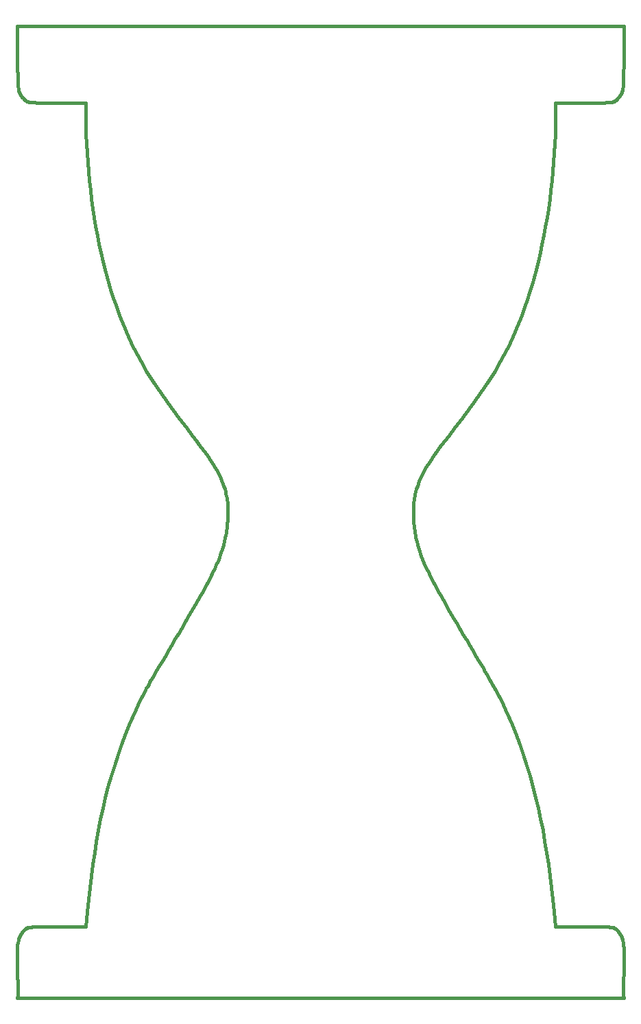
<source format=gko>
%FSLAX33Y33*%
%MOMM*%
%ADD10C,0.381*%
D10*
%LNpath-0*%
G01*
X74940Y0D02*
X74915Y0331D01*
X74899Y0671*
X74891Y1021*
X74891Y1378*
X74896Y1742*
X74906Y2111*
X74919Y2485*
X74934Y2861*
X74950Y3239*
X74966Y3617*
X74980Y3994*
X74991Y4370*
X74998Y4742*
X75000Y5110*
X74995Y5473*
X74982Y5828*
X74960Y6176*
X74928Y6514*
X74884Y6842*
X74827Y7158*
X74805Y7241*
X74778Y7325*
X74748Y7409*
X74714Y7494*
X74677Y7580*
X74636Y7664*
X74592Y7749*
X74546Y7832*
X74496Y7914*
X74444Y7994*
X74389Y8072*
X74332Y8148*
X74273Y8221*
X74212Y8292*
X74149Y8359*
X74085Y8422*
X74019Y8481*
X73952Y8536*
X73884Y8586*
X73816Y8632*
X73769Y8658*
X73718Y8681*
X73660Y8702*
X73593Y8721*
X73517Y8737*
X73428Y8752*
X73326Y8764*
X73207Y8775*
X73072Y8785*
X72917Y8793*
X72742Y8800*
X72543Y8806*
X72320Y8812*
X72070Y8817*
X71793Y8821*
X71485Y8825*
X71145Y8829*
X70772Y8833*
X69919Y8842*
X66509Y8842*
X66319Y10717*
X66161Y12208*
X65994Y13677*
X65816Y15123*
X65623Y16550*
X65415Y17958*
X65191Y19350*
X64946Y20725*
X64681Y22087*
X64394Y23437*
X64081Y24775*
X63742Y26104*
X63375Y27426*
X62978Y28741*
X62549Y30051*
X62086Y31358*
X61588Y32663*
X61052Y33967*
X60477Y35273*
X59861Y36582*
X59202Y37895*
X59117Y38057*
X59011Y38251*
X58887Y38475*
X58745Y38727*
X58587Y39006*
X58414Y39309*
X58227Y39634*
X58026Y39980*
X57814Y40345*
X57591Y40727*
X57358Y41125*
X57117Y41536*
X56868Y41959*
X56613Y42392*
X56352Y42833*
X56088Y43280*
X55820Y43732*
X55550Y44186*
X55280Y44641*
X55010Y45095*
X54402Y46121*
X53842Y47071*
X53328Y47952*
X52857Y48768*
X52428Y49523*
X52037Y50222*
X51682Y50870*
X51361Y51473*
X51072Y52034*
X50812Y52558*
X50578Y53051*
X50368Y53517*
X50180Y53960*
X50012Y54386*
X49860Y54799*
X49723Y55205*
X49598Y55607*
X49483Y56011*
X49376Y56421*
X49273Y56842*
X49219Y57142*
X49170Y57441*
X49125Y57739*
X49084Y58036*
X49047Y58332*
X49016Y58626*
X48990Y58919*
X48969Y59210*
X48954Y59499*
X48945Y59787*
X48943Y60072*
X48947Y60356*
X48957Y60638*
X48975Y60917*
X49000Y61194*
X49032Y61468*
X49072Y61740*
X49121Y62010*
X49178Y62276*
X49243Y62540*
X49340Y62882*
X49447Y63218*
X49563Y63547*
X49691Y63874*
X49831Y64201*
X49984Y64528*
X50151Y64860*
X50335Y65197*
X50535Y65543*
X50752Y65899*
X50989Y66268*
X51245Y66652*
X51522Y67053*
X51822Y67473*
X52144Y67915*
X52491Y68380*
X52864Y68872*
X53263Y69392*
X53689Y69943*
X54144Y70526*
X54890Y71489*
X55592Y72416*
X56253Y73311*
X56875Y74178*
X57460Y75020*
X58011Y75840*
X58529Y76644*
X59017Y77433*
X59477Y78213*
X59911Y78985*
X60322Y79755*
X60711Y80526*
X61081Y81301*
X61435Y82085*
X61773Y82879*
X62099Y83690*
X62416Y84519*
X62723Y85371*
X63026Y86249*
X63324Y87158*
X63604Y88061*
X63874Y89001*
X64134Y89975*
X64384Y90979*
X64622Y92011*
X64848Y93068*
X65063Y94147*
X65264Y95245*
X65453Y96359*
X65628Y97486*
X65788Y98624*
X65934Y99769*
X66065Y100918*
X66179Y102069*
X66278Y103218*
X66360Y104363*
X66424Y105501*
X66471Y106629*
X66499Y107743*
X66509Y108842*
X66509Y110526*
X69971Y110526*
X70411Y110526*
X70814Y110527*
X71183Y110529*
X71518Y110531*
X71821Y110533*
X72095Y110537*
X72341Y110542*
X72561Y110548*
X72757Y110555*
X72930Y110563*
X73082Y110573*
X73216Y110584*
X73332Y110596*
X73433Y110611*
X73520Y110627*
X73596Y110645*
X73661Y110665*
X73718Y110686*
X73769Y110711*
X73816Y110737*
X73884Y110782*
X73952Y110832*
X74019Y110887*
X74085Y110946*
X74149Y111010*
X74212Y111077*
X74273Y111147*
X74332Y111220*
X74389Y111296*
X74444Y111375*
X74496Y111455*
X74546Y111537*
X74592Y111620*
X74636Y111704*
X74677Y111789*
X74714Y111874*
X74748Y111959*
X74778Y112044*
X74805Y112128*
X74827Y112211*
X74850Y112597*
X74870Y112982*
X74887Y113366*
X74901Y113750*
X74913Y114133*
X74923Y114515*
X74931Y114898*
X74937Y115281*
X74941Y115664*
X74944Y116049*
X74946Y116434*
X74947Y116821*
X74947Y117210*
X74946Y117600*
X74945Y117993*
X74942Y118786*
X74941Y119188*
X74940Y119592*
X74940Y120000*
X0060Y120000*
X0060Y119592*
X0059Y119188*
X0058Y118786*
X0055Y117993*
X0054Y117600*
X0054Y117210*
X0053Y116821*
X0054Y116434*
X0056Y116049*
X0059Y115664*
X0063Y115281*
X0069Y114898*
X0077Y114515*
X0087Y114133*
X0099Y113750*
X0113Y113366*
X0130Y112982*
X0150Y112597*
X0173Y112211*
X0195Y112128*
X0221Y112044*
X0252Y111959*
X0286Y111874*
X0323Y111789*
X0364Y111704*
X0408Y111620*
X0454Y111537*
X0504Y111455*
X0556Y111375*
X0611Y111296*
X0668Y111220*
X0727Y111147*
X0788Y111077*
X0851Y111010*
X0915Y110946*
X0981Y110887*
X1048Y110832*
X1116Y110782*
X1184Y110737*
X1231Y110711*
X1282Y110686*
X1339Y110665*
X1405Y110645*
X1480Y110627*
X1567Y110611*
X1668Y110596*
X1784Y110584*
X1918Y110573*
X2070Y110563*
X2243Y110555*
X2439Y110548*
X2659Y110542*
X2905Y110537*
X3179Y110533*
X3482Y110531*
X3817Y110529*
X4186Y110527*
X4589Y110526*
X5029Y110526*
X8491Y110526*
X8491Y108842*
X8501Y107743*
X8529Y106629*
X8576Y105501*
X8640Y104363*
X8722Y103218*
X8821Y102069*
X8935Y100918*
X9066Y99769*
X9212Y98624*
X9372Y97486*
X9547Y96359*
X9735Y95245*
X9937Y94147*
X10152Y93068*
X10378Y92011*
X10616Y90979*
X10866Y89975*
X11126Y89001*
X11396Y88061*
X11676Y87158*
X11974Y86249*
X12277Y85371*
X12585Y84519*
X12900Y83690*
X13227Y82879*
X13565Y82085*
X13919Y81301*
X14289Y80526*
X14678Y79755*
X15089Y78985*
X15524Y78213*
X15983Y77433*
X16471Y76644*
X16990Y75840*
X17540Y75020*
X18125Y74178*
X18747Y73311*
X19408Y72416*
X20110Y71489*
X20856Y70526*
X21311Y69943*
X21738Y69392*
X22137Y68872*
X22509Y68380*
X22856Y67915*
X23178Y67473*
X23478Y67053*
X23755Y66652*
X24012Y66268*
X24248Y65899*
X24466Y65543*
X24665Y65197*
X24849Y64860*
X25016Y64528*
X25169Y64201*
X25309Y63874*
X25437Y63547*
X25553Y63218*
X25660Y62882*
X25757Y62540*
X25822Y62276*
X25879Y62010*
X25927Y61740*
X25968Y61468*
X26000Y61194*
X26025Y60917*
X26043Y60638*
X26053Y60356*
X26057Y60072*
X26055Y59787*
X26046Y59499*
X26031Y59210*
X26010Y58919*
X25984Y58626*
X25953Y58332*
X25916Y58036*
X25875Y57739*
X25830Y57441*
X25780Y57142*
X25727Y56842*
X25624Y56421*
X25517Y56011*
X25401Y55607*
X25277Y55205*
X25140Y54799*
X24988Y54386*
X24820Y53960*
X24632Y53517*
X24422Y53051*
X24188Y52558*
X23928Y52034*
X23639Y51473*
X23318Y50870*
X22963Y50222*
X22572Y49523*
X22143Y48768*
X21672Y47952*
X21158Y47071*
X20598Y46121*
X19990Y45095*
X19720Y44641*
X19450Y44186*
X19180Y43732*
X18912Y43280*
X18648Y42833*
X18387Y42392*
X18132Y41959*
X17883Y41536*
X17642Y41125*
X17409Y40727*
X17186Y40345*
X16974Y39980*
X16773Y39634*
X16586Y39309*
X16413Y39006*
X16255Y38727*
X16113Y38475*
X15989Y38251*
X15883Y38057*
X15798Y37895*
X15139Y36582*
X14523Y35273*
X13948Y33967*
X13412Y32663*
X12914Y31358*
X12451Y30051*
X12022Y28741*
X11625Y27426*
X11258Y26104*
X10919Y24775*
X10607Y23437*
X10319Y22087*
X10054Y20725*
X9810Y19350*
X9584Y17958*
X9377Y16550*
X9184Y15123*
X9006Y13677*
X8838Y12208*
X8681Y10717*
X8491Y8842*
X5081Y8842*
X4227Y8833*
X3854Y8829*
X3515Y8825*
X3207Y8821*
X2930Y8817*
X2680Y8812*
X2457Y8806*
X2258Y8800*
X2083Y8793*
X1928Y8785*
X1792Y8775*
X1674Y8764*
X1572Y8752*
X1483Y8737*
X1407Y8721*
X1340Y8702*
X1282Y8681*
X1231Y8658*
X1184Y8632*
X1116Y8586*
X1048Y8536*
X0981Y8481*
X0915Y8422*
X0851Y8359*
X0788Y8292*
X0727Y8221*
X0668Y8148*
X0611Y8072*
X0556Y7994*
X0504Y7914*
X0454Y7832*
X0408Y7749*
X0364Y7664*
X0323Y7580*
X0286Y7494*
X0252Y7409*
X0221Y7325*
X0195Y7241*
X0173Y7158*
X0116Y6842*
X0072Y6514*
X0040Y6176*
X0018Y5828*
X0005Y5473*
X0Y5110*
X0002Y4742*
X0009Y4370*
X0020Y3994*
X0034Y3617*
X0050Y3239*
X0066Y2861*
X0081Y2485*
X0094Y2111*
X0104Y1742*
X0109Y1378*
X0109Y1021*
X0101Y0671*
X0086Y0331*
X0060Y0*
X74940Y0*
%LNmechanical details_traces*%
M02*
</source>
